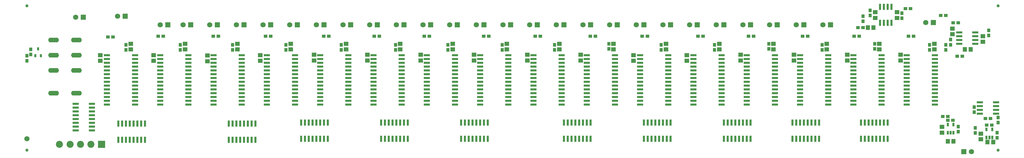
<source format=gbr>
G04 DipTrace 2.4.0.1*
%INTopMask.gbr*%
%MOIN*%
%ADD37C,0.0394*%
%ADD43R,0.0256X0.0453*%
%ADD45R,0.0807X0.0256*%
%ADD47R,0.0256X0.0807*%
%ADD49R,0.0276X0.0433*%
%ADD53O,0.1407X0.062*%
%ADD55C,0.0926*%
%ADD59R,0.0926X0.0926*%
%ADD61C,0.0689*%
%ADD65R,0.0689X0.0689*%
%ADD67R,0.0453X0.0414*%
%ADD69R,0.0532X0.0611*%
%ADD71R,0.0414X0.0453*%
%ADD73R,0.0611X0.0532*%
%FSLAX44Y44*%
G04*
G70*
G90*
G75*
G01*
%LNTopMask*%
%LPD*%
D73*
X119665Y22840D3*
Y23588D3*
D37*
X5440Y24440D3*
D73*
X116790Y23590D3*
Y22842D3*
D37*
X132940Y24440D3*
D71*
X126690Y19315D3*
Y19984D3*
D73*
X126940Y20690D3*
Y21438D3*
X26190Y19440D3*
Y18692D3*
X22065Y17190D3*
Y17938D3*
X130940Y20440D3*
Y19692D3*
D69*
X128565Y18690D3*
X129313D3*
D67*
X121440Y24065D3*
X120771D3*
D69*
X116565Y21565D3*
X115817D3*
D73*
X19065Y19440D3*
Y18692D3*
X15065Y17190D3*
Y17938D3*
X40065Y19440D3*
Y18692D3*
X36065Y17190D3*
Y17938D3*
X33065Y19440D3*
Y18692D3*
X29140Y17140D3*
Y17888D3*
X82440Y19440D3*
Y18692D3*
X78140Y17240D3*
Y17988D3*
X61315Y19440D3*
Y18692D3*
X57140Y17240D3*
Y17988D3*
X68440Y19440D3*
Y18692D3*
X64140Y17240D3*
Y17988D3*
X47315Y19440D3*
Y18692D3*
X43140Y17240D3*
Y17988D3*
X54440Y19440D3*
Y18692D3*
X50140Y17240D3*
Y17988D3*
X75315Y19440D3*
Y18692D3*
X71140Y17240D3*
Y17988D3*
X96315Y19440D3*
Y18692D3*
X130665Y6865D3*
Y7613D3*
D69*
X131540Y6490D3*
X132288D3*
D73*
X125560Y8494D3*
Y7746D3*
D69*
X126315Y6615D3*
X127063D3*
D67*
X131915Y9615D3*
X131246D3*
D71*
X129793Y11090D3*
Y10421D3*
D73*
X92065Y17190D3*
Y17938D3*
X89315Y19440D3*
Y18692D3*
X85065Y17190D3*
Y17938D3*
X117340Y19440D3*
Y18692D3*
D71*
X5940Y18040D3*
Y18709D3*
D73*
X113140Y17240D3*
Y17988D3*
X124565Y19440D3*
Y18692D3*
X120140Y17240D3*
Y17988D3*
X103440Y19440D3*
Y18692D3*
X99140Y17240D3*
Y17988D3*
X110440Y19440D3*
Y18692D3*
X106140Y17240D3*
Y17988D3*
D71*
X25565Y19315D3*
Y18646D3*
D67*
X23315Y20440D3*
X22646D3*
X128234Y17815D3*
X127565D3*
D71*
X131690Y21190D3*
Y20521D3*
X116140Y23840D3*
Y23171D3*
X120290Y23465D3*
Y22796D3*
X18440Y19315D3*
Y18646D3*
D67*
X16740Y20340D3*
X16071D3*
D71*
X39440Y19315D3*
Y18646D3*
D67*
X37440Y20440D3*
X36771D3*
D71*
X32440Y19315D3*
Y18646D3*
D67*
X30565Y20440D3*
X29896D3*
D71*
X60690Y19315D3*
Y18646D3*
D67*
X58252Y20440D3*
X57583D3*
D71*
X67815Y19315D3*
Y18646D3*
D67*
X66065Y20440D3*
X65396D3*
D71*
X46690Y19315D3*
Y18646D3*
D67*
X45065Y20440D3*
X44396D3*
D71*
X53815Y19315D3*
Y18646D3*
D67*
X51690Y20440D3*
X51021D3*
D71*
X81815Y19440D3*
Y18771D3*
D67*
X80065Y20440D3*
X79396D3*
D71*
X74690Y19315D3*
Y18646D3*
D67*
X72815Y20440D3*
X72146D3*
D71*
X95690Y19315D3*
Y18646D3*
D67*
X94190Y20440D3*
X93521D3*
D71*
X88690Y19315D3*
Y18646D3*
D67*
X86878Y20440D3*
X86208D3*
D71*
X116740Y19440D3*
Y18771D3*
D67*
X114690Y20440D3*
X114021D3*
D71*
X123940Y19315D3*
Y18646D3*
D67*
X121815Y20440D3*
X121146D3*
D71*
X102815Y19440D3*
Y18771D3*
D67*
X100815Y20440D3*
X100146D3*
D71*
X109815Y19315D3*
Y18646D3*
D67*
X107940Y20440D3*
X107271D3*
X126315Y9865D3*
X125646D3*
D71*
X129915Y8365D3*
Y7696D3*
X132915Y9740D3*
Y9071D3*
D65*
X18315Y23065D3*
D61*
X17315D3*
D65*
X128440Y5240D3*
D61*
X129440D3*
D59*
X15214Y6215D3*
D55*
X13836D3*
X12458D3*
X11080D3*
X9702D3*
D53*
X11940Y12940D3*
Y15940D3*
Y17940D3*
Y19940D3*
X8940D3*
Y17940D3*
Y15940D3*
Y12940D3*
D65*
X124440Y22240D3*
D61*
X123440D3*
D49*
X6519Y17863D3*
X7267D3*
X6893Y18769D3*
D67*
X115190Y21565D3*
X114521D3*
D71*
X115190Y23065D3*
Y22396D3*
D67*
X126075Y23175D3*
X125405D3*
X127690Y22190D3*
X127021D3*
D71*
X132790Y7740D3*
Y7071D3*
D67*
X131415Y8740D3*
X132084D3*
X126315Y9365D3*
X126984D3*
D71*
X127690Y8534D3*
Y7865D3*
X126065Y19315D3*
Y18646D3*
X5440Y17190D3*
Y17859D3*
D65*
X26940Y21940D3*
D61*
X25940D3*
D65*
X33940D3*
D61*
X32940D3*
D65*
X40940D3*
D61*
X39940D3*
D65*
X47940D3*
D61*
X46940D3*
D65*
X54940D3*
D61*
X53940D3*
D65*
X61940D3*
D61*
X60940D3*
D65*
X68940D3*
D61*
X67940D3*
D65*
X75940D3*
D61*
X74940D3*
D65*
X82940D3*
D61*
X81940D3*
D65*
X89940D3*
D61*
X88940D3*
D65*
X96940D3*
D61*
X95940D3*
D65*
X103940D3*
D61*
X102940D3*
D65*
X110940D3*
D61*
X109940D3*
D65*
X23940D3*
D61*
X22940D3*
D65*
X30440D3*
D61*
X29440D3*
D65*
X37440D3*
D61*
X36440D3*
D65*
X44440D3*
D61*
X43440D3*
D65*
X51440D3*
D61*
X50440D3*
D65*
X58440D3*
D61*
X57440D3*
D65*
X65440D3*
D61*
X64440D3*
D65*
X72440D3*
D61*
X71440D3*
D65*
X79440D3*
D61*
X78440D3*
D65*
X86440D3*
D61*
X85440D3*
D65*
X93440D3*
D61*
X92440D3*
D65*
X100440D3*
D61*
X99440D3*
D65*
X107440D3*
D61*
X106440D3*
D65*
X12815Y22940D3*
D61*
X11815D3*
D47*
X118940Y24315D3*
X118440D3*
X117940D3*
X117440D3*
Y22189D3*
X117940D3*
X118440D3*
X118940D3*
D45*
X11840Y11540D3*
Y11040D3*
Y10540D3*
Y10040D3*
Y9540D3*
Y9040D3*
Y8540D3*
Y8040D3*
X13966D3*
Y8540D3*
Y9040D3*
Y9540D3*
Y10040D3*
Y10540D3*
Y11040D3*
Y11540D3*
D47*
X35440Y8940D3*
X34940D3*
X34440D3*
X33940D3*
X33440D3*
X32940D3*
X32440D3*
X31940D3*
Y6814D3*
X32440D3*
X32940D3*
X33440D3*
X33940D3*
X34440D3*
X34940D3*
X35440D3*
X44940Y9066D3*
X44440D3*
X43940D3*
X43440D3*
X42940D3*
X42440D3*
X41940D3*
X41440D3*
Y6940D3*
X41940D3*
X42440D3*
X42940D3*
X43440D3*
X43940D3*
X44440D3*
X44940D3*
X65940Y9066D3*
X65440D3*
X64940D3*
X64440D3*
X63940D3*
X63440D3*
X62940D3*
X62440D3*
Y6940D3*
X62940D3*
X63440D3*
X63940D3*
X64440D3*
X64940D3*
X65440D3*
X65940D3*
X55440Y9066D3*
X54940D3*
X54440D3*
X53940D3*
X53440D3*
X52940D3*
X52440D3*
X51940D3*
Y6940D3*
X52440D3*
X52940D3*
X53440D3*
X53940D3*
X54440D3*
X54940D3*
X55440D3*
X89940Y9066D3*
X89440D3*
X88940D3*
X88440D3*
X87940D3*
X87440D3*
X86940D3*
X86440D3*
Y6940D3*
X86940D3*
X87440D3*
X87940D3*
X88440D3*
X88940D3*
X89440D3*
X89940D3*
X100440Y9066D3*
X99940D3*
X99440D3*
X98940D3*
X98440D3*
X97940D3*
X97440D3*
X96940D3*
Y6940D3*
X97440D3*
X97940D3*
X98440D3*
X98940D3*
X99440D3*
X99940D3*
X100440D3*
X118440Y9066D3*
X117940D3*
X117440D3*
X116940D3*
X116440D3*
X115940D3*
X115440D3*
X114940D3*
Y6940D3*
X115440D3*
X115940D3*
X116440D3*
X116940D3*
X117440D3*
X117940D3*
X118440D3*
X109440Y9066D3*
X108940D3*
X108440D3*
X107940D3*
X107440D3*
X106940D3*
X106440D3*
X105940D3*
Y6940D3*
X106440D3*
X106940D3*
X107440D3*
X107940D3*
X108440D3*
X108940D3*
X109440D3*
D45*
X15940Y17940D3*
Y17440D3*
Y16940D3*
Y16440D3*
Y15940D3*
Y15440D3*
Y14940D3*
Y14440D3*
Y13940D3*
Y13440D3*
Y12940D3*
Y12440D3*
Y11940D3*
Y11440D3*
X19640D3*
Y11940D3*
Y12440D3*
Y12940D3*
Y13440D3*
Y13940D3*
Y14440D3*
Y14940D3*
Y15440D3*
Y15940D3*
Y16440D3*
Y16940D3*
Y17440D3*
Y17940D3*
X36940D3*
Y17440D3*
Y16940D3*
Y16440D3*
Y15940D3*
Y15440D3*
Y14940D3*
Y14440D3*
Y13940D3*
Y13440D3*
Y12940D3*
Y12440D3*
Y11940D3*
Y11440D3*
X40640D3*
Y11940D3*
Y12440D3*
Y12940D3*
Y13440D3*
Y13940D3*
Y14440D3*
Y14940D3*
Y15440D3*
Y15940D3*
Y16440D3*
Y16940D3*
Y17440D3*
Y17940D3*
X29940D3*
Y17440D3*
Y16940D3*
Y16440D3*
Y15940D3*
Y15440D3*
Y14940D3*
Y14440D3*
Y13940D3*
Y13440D3*
Y12940D3*
Y12440D3*
Y11940D3*
Y11440D3*
X33640D3*
Y11940D3*
Y12440D3*
Y12940D3*
Y13440D3*
Y13940D3*
Y14440D3*
Y14940D3*
Y15440D3*
Y15940D3*
Y16440D3*
Y16940D3*
Y17440D3*
Y17940D3*
X78940D3*
Y17440D3*
Y16940D3*
Y16440D3*
Y15940D3*
Y15440D3*
Y14940D3*
Y14440D3*
Y13940D3*
Y13440D3*
Y12940D3*
Y12440D3*
Y11940D3*
Y11440D3*
X82641D3*
Y11940D3*
Y12440D3*
Y12940D3*
Y13440D3*
Y13940D3*
Y14440D3*
Y14940D3*
Y15440D3*
Y15940D3*
Y16440D3*
Y16940D3*
Y17440D3*
Y17940D3*
X92940D3*
Y17440D3*
Y16940D3*
Y16440D3*
Y15940D3*
Y15440D3*
Y14940D3*
Y14440D3*
Y13940D3*
Y13440D3*
Y12940D3*
Y12440D3*
Y11940D3*
Y11440D3*
X96641D3*
Y11940D3*
Y12440D3*
Y12940D3*
Y13440D3*
Y13940D3*
Y14440D3*
Y14940D3*
Y15440D3*
Y15940D3*
Y16440D3*
Y16940D3*
Y17440D3*
Y17940D3*
X130540Y11740D3*
Y11240D3*
Y10740D3*
Y10240D3*
X132666D3*
Y10740D3*
Y11240D3*
Y11740D3*
D43*
X131406Y7098D3*
X131780D3*
X132154D3*
Y8161D3*
X131406D3*
D47*
X20940Y8940D3*
X20440D3*
X19940D3*
X19440D3*
X18940D3*
X18440D3*
X17940D3*
X17440D3*
Y6814D3*
X17940D3*
X18440D3*
X18940D3*
X19440D3*
X19940D3*
X20440D3*
X20940D3*
D45*
X85940Y17940D3*
Y17440D3*
Y16940D3*
Y16440D3*
Y15940D3*
Y15440D3*
Y14940D3*
Y14440D3*
Y13940D3*
Y13440D3*
Y12940D3*
Y12440D3*
Y11940D3*
Y11440D3*
X89641D3*
Y11940D3*
Y12440D3*
Y12940D3*
Y13440D3*
Y13940D3*
Y14440D3*
Y14940D3*
Y15440D3*
Y15940D3*
Y16440D3*
Y16940D3*
Y17440D3*
Y17940D3*
X57940D3*
Y17440D3*
Y16940D3*
Y16440D3*
Y15940D3*
Y15440D3*
Y14940D3*
Y14440D3*
Y13940D3*
Y13440D3*
Y12940D3*
Y12440D3*
Y11940D3*
Y11440D3*
X61641D3*
Y11940D3*
Y12440D3*
Y12940D3*
Y13440D3*
Y13940D3*
Y14440D3*
Y14940D3*
Y15440D3*
Y15940D3*
Y16440D3*
Y16940D3*
Y17440D3*
Y17940D3*
X64940D3*
Y17440D3*
Y16940D3*
Y16440D3*
Y15940D3*
Y15440D3*
Y14940D3*
Y14440D3*
Y13940D3*
Y13440D3*
Y12940D3*
Y12440D3*
Y11940D3*
Y11440D3*
X68641D3*
Y11940D3*
Y12440D3*
Y12940D3*
Y13440D3*
Y13940D3*
Y14440D3*
Y14940D3*
Y15440D3*
Y15940D3*
Y16440D3*
Y16940D3*
Y17440D3*
Y17940D3*
X43940D3*
Y17440D3*
Y16940D3*
Y16440D3*
Y15940D3*
Y15440D3*
Y14940D3*
Y14440D3*
Y13940D3*
Y13440D3*
Y12940D3*
Y12440D3*
Y11940D3*
Y11440D3*
X47641D3*
Y11940D3*
Y12440D3*
Y12940D3*
Y13440D3*
Y13940D3*
Y14440D3*
Y14940D3*
Y15440D3*
Y15940D3*
Y16440D3*
Y16940D3*
Y17440D3*
Y17940D3*
D47*
X79440Y9066D3*
X78940D3*
X78440D3*
X77940D3*
X77440D3*
X76940D3*
X76440D3*
X75940D3*
Y6940D3*
X76440D3*
X76940D3*
X77440D3*
X77940D3*
X78440D3*
X78940D3*
X79440D3*
D45*
X50940Y17940D3*
Y17440D3*
Y16940D3*
Y16440D3*
Y15940D3*
Y15440D3*
Y14940D3*
Y14440D3*
Y13940D3*
Y13440D3*
Y12940D3*
Y12440D3*
Y11940D3*
Y11440D3*
X54641D3*
Y11940D3*
Y12440D3*
Y12940D3*
Y13440D3*
Y13940D3*
Y14440D3*
Y14940D3*
Y15440D3*
Y15940D3*
Y16440D3*
Y16940D3*
Y17440D3*
Y17940D3*
X113940D3*
Y17440D3*
Y16940D3*
Y16440D3*
Y15940D3*
Y15440D3*
Y14940D3*
Y14440D3*
Y13940D3*
Y13440D3*
Y12940D3*
Y12440D3*
Y11940D3*
Y11440D3*
X117641D3*
Y11940D3*
Y12440D3*
Y12940D3*
Y13440D3*
Y13940D3*
Y14440D3*
Y14940D3*
Y15440D3*
Y15940D3*
Y16440D3*
Y16940D3*
Y17440D3*
Y17940D3*
X120940D3*
Y17440D3*
Y16940D3*
Y16440D3*
Y15940D3*
Y15440D3*
Y14940D3*
Y14440D3*
Y13940D3*
Y13440D3*
Y12940D3*
Y12440D3*
Y11940D3*
Y11440D3*
X124641D3*
Y11940D3*
Y12440D3*
Y12940D3*
Y13440D3*
Y13940D3*
Y14440D3*
Y14940D3*
Y15440D3*
Y15940D3*
Y16440D3*
Y16940D3*
Y17440D3*
Y17940D3*
X99940D3*
Y17440D3*
Y16940D3*
Y16440D3*
Y15940D3*
Y15440D3*
Y14940D3*
Y14440D3*
Y13940D3*
Y13440D3*
Y12940D3*
Y12440D3*
Y11940D3*
Y11440D3*
X103641D3*
Y11940D3*
Y12440D3*
Y12940D3*
Y13440D3*
Y13940D3*
Y14440D3*
Y14940D3*
Y15440D3*
Y15940D3*
Y16440D3*
Y16940D3*
Y17440D3*
Y17940D3*
X106940D3*
Y17440D3*
Y16940D3*
Y16440D3*
Y15940D3*
Y15440D3*
Y14940D3*
Y14440D3*
Y13940D3*
Y13440D3*
Y12940D3*
Y12440D3*
Y11940D3*
Y11440D3*
X110641D3*
Y11940D3*
Y12440D3*
Y12940D3*
Y13440D3*
Y13940D3*
Y14440D3*
Y14940D3*
Y15440D3*
Y15940D3*
Y16440D3*
Y16940D3*
Y17440D3*
Y17940D3*
X22940D3*
Y17440D3*
Y16940D3*
Y16440D3*
Y15940D3*
Y15440D3*
Y14940D3*
Y14440D3*
Y13940D3*
Y13440D3*
Y12940D3*
Y12440D3*
Y11940D3*
Y11440D3*
X26640D3*
Y11940D3*
Y12440D3*
Y12940D3*
Y13440D3*
Y13940D3*
Y14440D3*
Y14940D3*
Y15440D3*
Y15940D3*
Y16440D3*
Y16940D3*
Y17440D3*
Y17940D3*
X71940D3*
Y17440D3*
Y16940D3*
Y16440D3*
Y15940D3*
Y15440D3*
Y14940D3*
Y14440D3*
Y13940D3*
Y13440D3*
Y12940D3*
Y12440D3*
Y11940D3*
Y11440D3*
X75641D3*
Y11940D3*
Y12440D3*
Y12940D3*
Y13440D3*
Y13940D3*
Y14440D3*
Y14940D3*
Y15440D3*
Y15940D3*
Y16440D3*
Y16940D3*
Y17440D3*
Y17940D3*
D43*
X126316Y7738D3*
X126690D3*
X127064D3*
Y8801D3*
X126316D3*
D61*
X5440Y6940D3*
D45*
X127815Y20940D3*
Y20440D3*
Y19940D3*
Y19440D3*
X129941D3*
Y19940D3*
Y20440D3*
Y20940D3*
D37*
X5440Y5440D3*
X132940D3*
M02*

</source>
